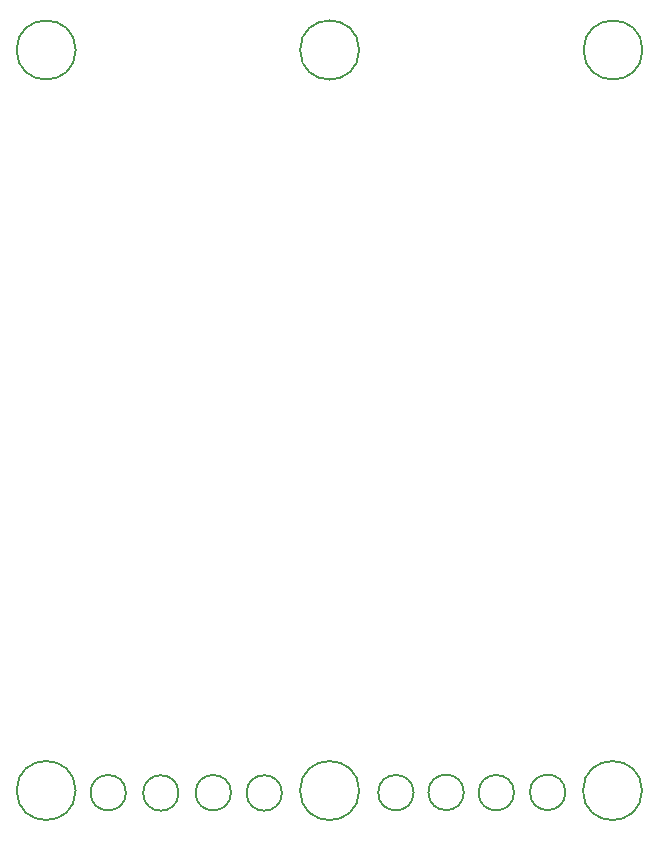
<source format=gbr>
%TF.GenerationSoftware,KiCad,Pcbnew,8.0.5*%
%TF.CreationDate,2025-09-21T17:17:36-10:00*%
%TF.ProjectId,SiPMT.revA,5369504d-542e-4726-9576-412e6b696361,rev?*%
%TF.SameCoordinates,Original*%
%TF.FileFunction,Other,Comment*%
%FSLAX46Y46*%
G04 Gerber Fmt 4.6, Leading zero omitted, Abs format (unit mm)*
G04 Created by KiCad (PCBNEW 8.0.5) date 2025-09-21 17:17:36*
%MOMM*%
%LPD*%
G01*
G04 APERTURE LIST*
%ADD10C,0.150000*%
G04 APERTURE END LIST*
D10*
%TO.C,H10*%
X166850000Y-126630000D02*
G75*
G02*
X163850000Y-126630000I-1500000J0D01*
G01*
X163850000Y-126630000D02*
G75*
G02*
X166850000Y-126630000I1500000J0D01*
G01*
%TO.C,H9*%
X138537500Y-126655000D02*
G75*
G02*
X135537500Y-126655000I-1500000J0D01*
G01*
X135537500Y-126655000D02*
G75*
G02*
X138537500Y-126655000I1500000J0D01*
G01*
%TO.C,H1*%
X125387500Y-63775000D02*
G75*
G02*
X120387500Y-63775000I-2500000J0D01*
G01*
X120387500Y-63775000D02*
G75*
G02*
X125387500Y-63775000I2500000J0D01*
G01*
%TO.C,Q3*%
X134100000Y-126680000D02*
G75*
G02*
X131100000Y-126680000I-1500000J0D01*
G01*
X131100000Y-126680000D02*
G75*
G02*
X134100000Y-126680000I1500000J0D01*
G01*
%TO.C,H7*%
X158250000Y-126630000D02*
G75*
G02*
X155250000Y-126630000I-1500000J0D01*
G01*
X155250000Y-126630000D02*
G75*
G02*
X158250000Y-126630000I1500000J0D01*
G01*
%TO.C,Q4*%
X162500000Y-126655000D02*
G75*
G02*
X159500000Y-126655000I-1500000J0D01*
G01*
X159500000Y-126655000D02*
G75*
G02*
X162500000Y-126655000I1500000J0D01*
G01*
%TO.C,H6*%
X173337500Y-126475000D02*
G75*
G02*
X168337500Y-126475000I-2500000J0D01*
G01*
X168337500Y-126475000D02*
G75*
G02*
X173337500Y-126475000I2500000J0D01*
G01*
%TO.C,Q2*%
X142850000Y-126680000D02*
G75*
G02*
X139850000Y-126680000I-1500000J0D01*
G01*
X139850000Y-126680000D02*
G75*
G02*
X142850000Y-126680000I1500000J0D01*
G01*
%TO.C,Q1*%
X154000000Y-126655000D02*
G75*
G02*
X151000000Y-126655000I-1500000J0D01*
G01*
X151000000Y-126655000D02*
G75*
G02*
X154000000Y-126655000I1500000J0D01*
G01*
%TO.C,H3*%
X173387500Y-63775000D02*
G75*
G02*
X168387500Y-63775000I-2500000J0D01*
G01*
X168387500Y-63775000D02*
G75*
G02*
X173387500Y-63775000I2500000J0D01*
G01*
%TO.C,H5*%
X149387500Y-126475000D02*
G75*
G02*
X144387500Y-126475000I-2500000J0D01*
G01*
X144387500Y-126475000D02*
G75*
G02*
X149387500Y-126475000I2500000J0D01*
G01*
%TO.C,H2*%
X149387500Y-63775000D02*
G75*
G02*
X144387500Y-63775000I-2500000J0D01*
G01*
X144387500Y-63775000D02*
G75*
G02*
X149387500Y-63775000I2500000J0D01*
G01*
%TO.C,H8*%
X129643148Y-126655000D02*
G75*
G02*
X126643148Y-126655000I-1500000J0D01*
G01*
X126643148Y-126655000D02*
G75*
G02*
X129643148Y-126655000I1500000J0D01*
G01*
%TO.C,H4*%
X125387500Y-126475000D02*
G75*
G02*
X120387500Y-126475000I-2500000J0D01*
G01*
X120387500Y-126475000D02*
G75*
G02*
X125387500Y-126475000I2500000J0D01*
G01*
%TD*%
M02*

</source>
